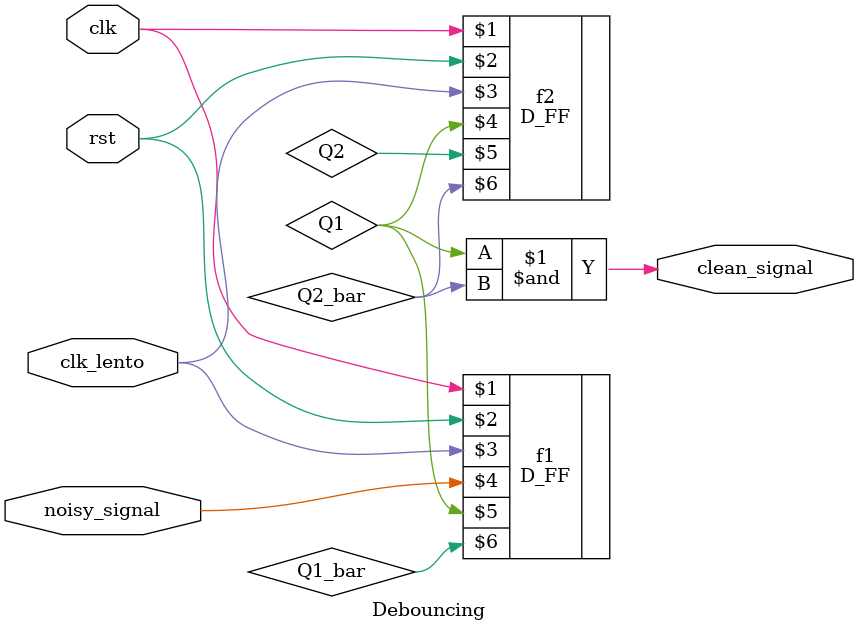
<source format=v>
`timescale 1ns / 1ps



module Debouncing(
    input noisy_signal,
    input clk,
    input rst,
    input clk_lento,
    output clean_signal
    );

    wire Q1, Q1_bar, Q2, Q2_bar;
    D_FF f1(clk, rst, clk_lento, noisy_signal, Q1, Q1_bar);
    D_FF f2(clk, rst, clk_lento, Q1, Q2, Q2_bar);

    assign clean_signal =  Q1 & Q2_bar ; 
endmodule

</source>
